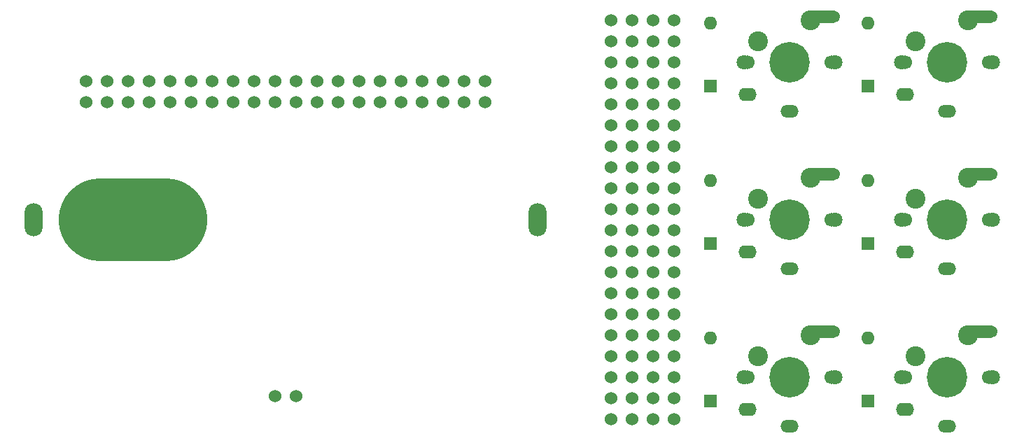
<source format=gbr>
%TF.GenerationSoftware,KiCad,Pcbnew,(7.0.0)*%
%TF.CreationDate,2023-02-28T08:24:30+09:00*%
%TF.ProjectId,wiokey,77696f6b-6579-42e6-9b69-6361645f7063,rev?*%
%TF.SameCoordinates,Original*%
%TF.FileFunction,Soldermask,Bot*%
%TF.FilePolarity,Negative*%
%FSLAX46Y46*%
G04 Gerber Fmt 4.6, Leading zero omitted, Abs format (unit mm)*
G04 Created by KiCad (PCBNEW (7.0.0)) date 2023-02-28 08:24:30*
%MOMM*%
%LPD*%
G01*
G04 APERTURE LIST*
G04 Aperture macros list*
%AMHorizOval*
0 Thick line with rounded ends*
0 $1 width*
0 $2 $3 position (X,Y) of the first rounded end (center of the circle)*
0 $4 $5 position (X,Y) of the second rounded end (center of the circle)*
0 Add line between two ends*
20,1,$1,$2,$3,$4,$5,0*
0 Add two circle primitives to create the rounded ends*
1,1,$1,$2,$3*
1,1,$1,$4,$5*%
G04 Aperture macros list end*
%ADD10C,1.524000*%
%ADD11O,2.200000X4.000000*%
%ADD12O,18.000000X10.000000*%
%ADD13C,1.800000*%
%ADD14C,1.700000*%
%ADD15C,4.900000*%
%ADD16O,2.200000X1.600000*%
%ADD17C,2.400000*%
%ADD18O,2.200000X1.500000*%
%ADD19HorizOval,1.500000X1.449945X0.012653X-1.449945X-0.012653X0*%
%ADD20R,1.600000X1.600000*%
%ADD21O,1.600000X1.600000*%
G04 APERTURE END LIST*
D10*
%TO.C,U1*%
X170130000Y-70730000D03*
X170130000Y-73270000D03*
X167590000Y-70730000D03*
X167590000Y-73270000D03*
X165050000Y-70730000D03*
X165050000Y-73270000D03*
X162510000Y-70730000D03*
X162510000Y-73270000D03*
X159970000Y-70730000D03*
X159970000Y-73270000D03*
X157430000Y-70730000D03*
X157430000Y-73270000D03*
X154890000Y-70730000D03*
X154890000Y-73270000D03*
X152350000Y-70730000D03*
X152350000Y-73270000D03*
X149810000Y-70730000D03*
X149810000Y-73270000D03*
X147270000Y-70730000D03*
X147270000Y-73270000D03*
X144730000Y-70730000D03*
X144730000Y-73270000D03*
X142190000Y-70730000D03*
X142190000Y-73270000D03*
X139650000Y-70730000D03*
X139650000Y-73270000D03*
X137110000Y-70730000D03*
X137110000Y-73270000D03*
X134570000Y-70730000D03*
X134570000Y-73270000D03*
X132030000Y-70730000D03*
X132030000Y-73270000D03*
X129490000Y-70730000D03*
X129490000Y-73270000D03*
X126950000Y-70730000D03*
X126950000Y-73270000D03*
X124410000Y-70730000D03*
X124410000Y-73270000D03*
X121870000Y-70730000D03*
X121870000Y-73270000D03*
D11*
X176499999Y-87499999D03*
D10*
X147270000Y-108830000D03*
X144730000Y-108830000D03*
D12*
X127499999Y-87499999D03*
D11*
X115499999Y-87499999D03*
%TD*%
D13*
%TO.C,SW2*%
X201450000Y-87550000D03*
D14*
X201870000Y-87550000D03*
D15*
X206950000Y-87550000D03*
D14*
X212030000Y-87550000D03*
D13*
X212450000Y-87550000D03*
D16*
X201849999Y-91449999D03*
D17*
X203140000Y-85010000D03*
D18*
X206949999Y-93449999D03*
D17*
X209490000Y-82470000D03*
D19*
X210850041Y-82009598D03*
%TD*%
D20*
%TO.C,D3*%
X197424999Y-109457499D03*
D21*
X197424999Y-101837499D03*
%TD*%
D20*
%TO.C,D5*%
X216474999Y-90407499D03*
D21*
X216474999Y-82787499D03*
%TD*%
D13*
%TO.C,SW1*%
X201450000Y-68500000D03*
D14*
X201870000Y-68500000D03*
D15*
X206950000Y-68500000D03*
D14*
X212030000Y-68500000D03*
D13*
X212450000Y-68500000D03*
D16*
X201849999Y-72399999D03*
D17*
X203140000Y-65960000D03*
D18*
X206949999Y-74399999D03*
D17*
X209490000Y-63420000D03*
D19*
X210850041Y-62959598D03*
%TD*%
D10*
%TO.C,U2*%
X190450000Y-63370000D03*
X192990000Y-63370000D03*
X185370000Y-63370000D03*
X187910000Y-63370000D03*
X190450000Y-65910000D03*
X192990000Y-65910000D03*
X185370000Y-65910000D03*
X187910000Y-65910000D03*
X190450000Y-68450000D03*
X192990000Y-68450000D03*
X185370000Y-68450000D03*
X187910000Y-68450000D03*
X190450000Y-70990000D03*
X192990000Y-70990000D03*
X185370000Y-70990000D03*
X187910000Y-70990000D03*
X190450000Y-73530000D03*
X192990000Y-73530000D03*
X185370000Y-73530000D03*
X187910000Y-73530000D03*
X190450000Y-76070000D03*
X192990000Y-76070000D03*
X185370000Y-76070000D03*
X187910000Y-76070000D03*
X190450000Y-78610000D03*
X192990000Y-78610000D03*
X185370000Y-78610000D03*
X187910000Y-78610000D03*
X190450000Y-81150000D03*
X192990000Y-81150000D03*
X185370000Y-81150000D03*
X187910000Y-81150000D03*
X190450000Y-83690000D03*
X192990000Y-83690000D03*
X185370000Y-83690000D03*
X187910000Y-83690000D03*
X190450000Y-86230000D03*
X192990000Y-86230000D03*
X185370000Y-86230000D03*
X187910000Y-86230000D03*
X190450000Y-88770000D03*
X192990000Y-88770000D03*
X185370000Y-88770000D03*
X187910000Y-88770000D03*
X190450000Y-91310000D03*
X192990000Y-91310000D03*
X185370000Y-91310000D03*
X187910000Y-91310000D03*
X190450000Y-93850000D03*
X192990000Y-93850000D03*
X185370000Y-93850000D03*
X187910000Y-93850000D03*
X190450000Y-96390000D03*
X192990000Y-96390000D03*
X185370000Y-96390000D03*
X187910000Y-96390000D03*
X190450000Y-98930000D03*
X192990000Y-98930000D03*
X185370000Y-98930000D03*
X187910000Y-98930000D03*
X190450000Y-101470000D03*
X192990000Y-101470000D03*
X185370000Y-101470000D03*
X187910000Y-101470000D03*
X190450000Y-104010000D03*
X192990000Y-104010000D03*
X185370000Y-104010000D03*
X187910000Y-104010000D03*
X190450000Y-106550000D03*
X192990000Y-106550000D03*
X185370000Y-106550000D03*
X187910000Y-106550000D03*
X190450000Y-109090000D03*
X192990000Y-109090000D03*
X185370000Y-109090000D03*
X187910000Y-109090000D03*
X190450000Y-111630000D03*
X192990000Y-111630000D03*
X185370000Y-111630000D03*
X187910000Y-111630000D03*
%TD*%
D20*
%TO.C,D1*%
X197424999Y-71357499D03*
D21*
X197424999Y-63737499D03*
%TD*%
D13*
%TO.C,SW6*%
X220500000Y-106600000D03*
D14*
X220920000Y-106600000D03*
D15*
X226000000Y-106600000D03*
D14*
X231080000Y-106600000D03*
D13*
X231500000Y-106600000D03*
D16*
X220899999Y-110499999D03*
D17*
X222190000Y-104060000D03*
D18*
X225999999Y-112499999D03*
D17*
X228540000Y-101520000D03*
D19*
X229900041Y-101059598D03*
%TD*%
D20*
%TO.C,D4*%
X216474999Y-71357499D03*
D21*
X216474999Y-63737499D03*
%TD*%
D13*
%TO.C,SW5*%
X220500000Y-87550000D03*
D14*
X220920000Y-87550000D03*
D15*
X226000000Y-87550000D03*
D14*
X231080000Y-87550000D03*
D13*
X231500000Y-87550000D03*
D16*
X220899999Y-91449999D03*
D17*
X222190000Y-85010000D03*
D18*
X225999999Y-93449999D03*
D17*
X228540000Y-82470000D03*
D19*
X229900041Y-82009598D03*
%TD*%
D20*
%TO.C,D6*%
X216474999Y-109457499D03*
D21*
X216474999Y-101837499D03*
%TD*%
D20*
%TO.C,D2*%
X197424999Y-90407499D03*
D21*
X197424999Y-82787499D03*
%TD*%
D13*
%TO.C,SW3*%
X201450000Y-106600000D03*
D14*
X201870000Y-106600000D03*
D15*
X206950000Y-106600000D03*
D14*
X212030000Y-106600000D03*
D13*
X212450000Y-106600000D03*
D16*
X201849999Y-110499999D03*
D17*
X203140000Y-104060000D03*
D18*
X206949999Y-112499999D03*
D17*
X209490000Y-101520000D03*
D19*
X210850041Y-101059598D03*
%TD*%
D13*
%TO.C,SW4*%
X220500000Y-68500000D03*
D14*
X220920000Y-68500000D03*
D15*
X226000000Y-68500000D03*
D14*
X231080000Y-68500000D03*
D13*
X231500000Y-68500000D03*
D16*
X220899999Y-72399999D03*
D17*
X222190000Y-65960000D03*
D18*
X225999999Y-74399999D03*
D17*
X228540000Y-63420000D03*
D19*
X229900041Y-62959598D03*
%TD*%
M02*

</source>
